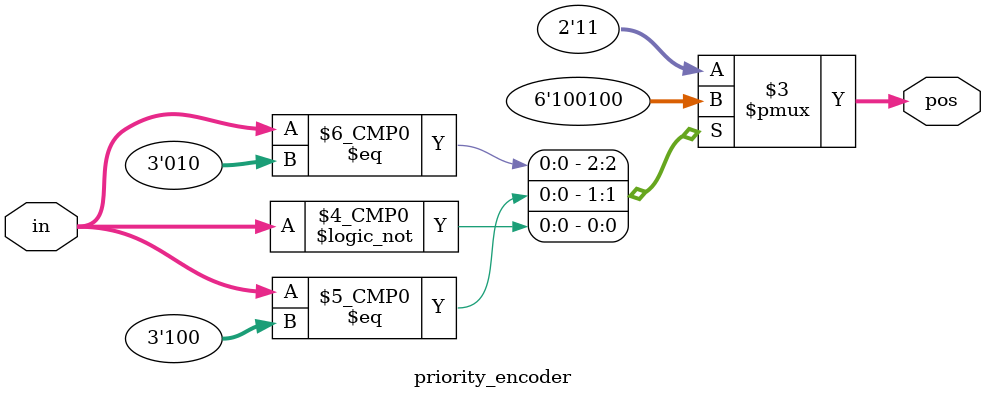
<source format=v>
module priority_encoder( 
input [2:0] in,
output reg [1:0] pos ); 
// When sel=1, assign b to out
always @(in)
	case (in)
		3'b001:	pos = 2'b11;
		3'b010:	pos = 2'b10;
		3'b100:	pos = 2'b01;
		3'b000:	pos = 2'b00;
		default:	pos = 2'b11;
	endcase
endmodule

</source>
